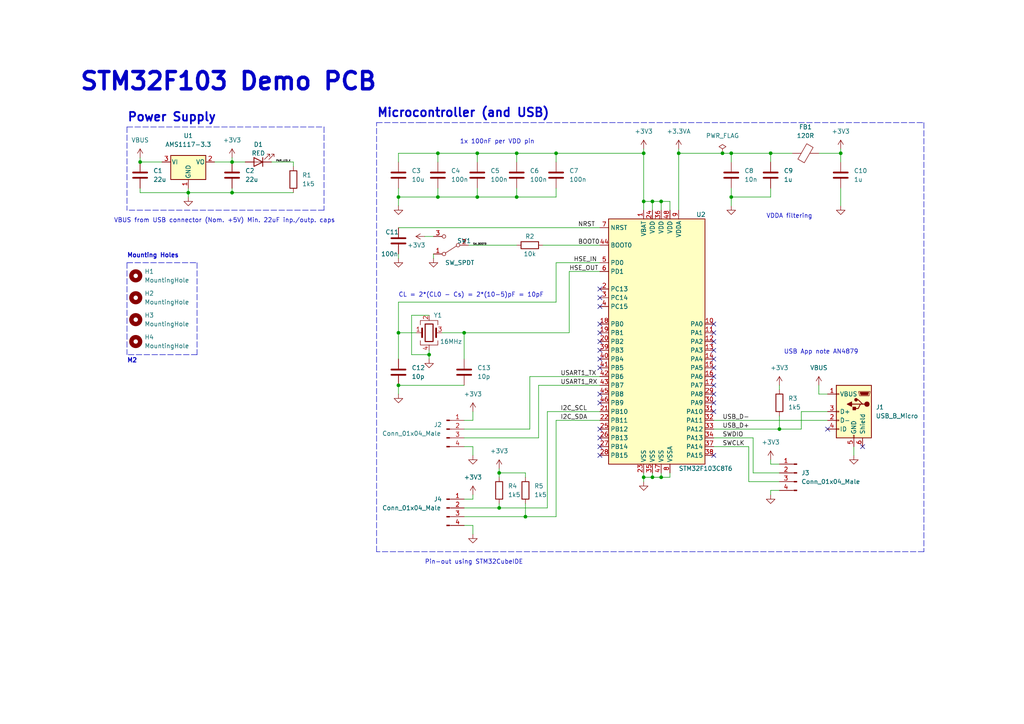
<source format=kicad_sch>
(kicad_sch (version 20211123) (generator eeschema)
  (paper "A4")
  (title_block (title "STM32F103 Demo PCB") (date "2022-08-06") (rev "1.0") (company "Ach. Fachturrohman"))
  (lib_symbols
    (symbol "Connector:Conn_01x04_Male" (pin_names (offset 1.016) hide)
      (property "Reference" "J" (at 0 5.08 0))
      (property "Value" "Conn_01x04_Male" (at 0 -7.62 0))
      (symbol "Conn_01x04_Male_1_1"
        (polyline (pts (xy 1.27 -5.08) (xy 0.8636 -5.08)) (stroke (width 0.1524)))
        (polyline (pts (xy 1.27 -2.54) (xy 0.8636 -2.54)) (stroke (width 0.1524)))
        (polyline (pts (xy 1.27 0) (xy 0.8636 0)) (stroke (width 0.1524)))
        (polyline (pts (xy 1.27 2.54) (xy 0.8636 2.54)) (stroke (width 0.1524)))
        (rectangle (start 0.8636 -4.953) (end 0 -5.207) (stroke (width 0.1524)) (fill (type outline)))
        (rectangle (start 0.8636 -2.413) (end 0 -2.667) (stroke (width 0.1524)) (fill (type outline)))
        (rectangle (start 0.8636 0.127) (end 0 -0.127) (stroke (width 0.1524)) (fill (type outline)))
        (rectangle (start 0.8636 2.667) (end 0 2.413) (stroke (width 0.1524)) (fill (type outline)))
        (pin passive line (at 5.08 2.54 180) (length 3.81) (name "Pin_1") (number "1"))
        (pin passive line (at 5.08 0 180) (length 3.81) (name "Pin_2") (number "2"))
        (pin passive line (at 5.08 -2.54 180) (length 3.81) (name "Pin_3") (number "3"))
        (pin passive line (at 5.08 -5.08 180) (length 3.81) (name "Pin_4") (number "4"))
      )
    )
    (symbol "Connector:USB_B_Micro" (pin_names (offset 1.016))
      (property "Reference" "J" (at -5.08 11.43 0))
      (property "Value" "USB_B_Micro" (at -5.08 8.89 0))
      (symbol "USB_B_Micro_0_1"
        (rectangle (start -5.08 -7.62) (end 5.08 7.62) (stroke (width 0.254)) (fill (type background)))
        (circle (center -3.81 2.159) (radius 0.635) (stroke (width 0.254)) (fill (type outline)))
        (circle (center -0.635 3.429) (radius 0.381) (stroke (width 0.254)) (fill (type outline)))
        (rectangle (start -0.127 -7.62) (end 0.127 -6.858))
        (polyline (pts (xy -1.905 2.159) (xy 0.635 2.159)) (stroke (width 0.254)))
        (polyline (pts (xy -3.175 2.159) (xy -2.54 2.159) (xy -1.27 3.429) (xy -0.635 3.429)) (stroke (width 0.254)))
        (polyline (pts (xy -2.54 2.159) (xy -1.905 2.159) (xy -1.27 0.889) (xy 0 0.889)) (stroke (width 0.254)))
        (polyline (pts (xy 0.635 2.794) (xy 0.635 1.524) (xy 1.905 2.159) (xy 0.635 2.794)) (stroke (width 0.254)) (fill (type outline)))
        (polyline (pts (xy -4.318 5.588) (xy -1.778 5.588) (xy -2.032 4.826) (xy -4.064 4.826) (xy -4.318 5.588)) (fill (type outline)))
        (polyline (pts (xy -4.699 5.842) (xy -4.699 5.588) (xy -4.445 4.826) (xy -4.445 4.572) (xy -1.651 4.572) (xy -1.651 4.826) (xy -1.397 5.588) (xy -1.397 5.842) (xy -4.699 5.842)))
        (rectangle (start 0.254 1.27) (end -0.508 0.508) (stroke (width 0.254)) (fill (type outline)))
        (rectangle (start 5.08 -5.207) (end 4.318 -4.953))
        (rectangle (start 5.08 -2.667) (end 4.318 -2.413))
        (rectangle (start 5.08 -0.127) (end 4.318 0.127))
        (rectangle (start 5.08 4.953) (end 4.318 5.207))
      )
      (symbol "USB_B_Micro_1_1"
        (pin power_out line (at 7.62 5.08 180) (length 2.54) (name "VBUS") (number "1"))
        (pin bidirectional line (at 7.62 -2.54 180) (length 2.54) (name "D-") (number "2"))
        (pin bidirectional line (at 7.62 0 180) (length 2.54) (name "D+") (number "3"))
        (pin passive line (at 7.62 -5.08 180) (length 2.54) (name "ID") (number "4"))
        (pin power_out line (at 0 -10.16 90) (length 2.54) (name "GND") (number "5"))
        (pin passive line (at -2.54 -10.16 90) (length 2.54) (name "Shield") (number "6"))
      )
    )
    (symbol "Device:C" (pin_numbers hide) (pin_names (offset 0.254))
      (property "Reference" "C" (at 0.635 2.54 0))
      (property "Value" "C" (at 0.635 -2.54 0))
      (symbol "C_0_1"
        (polyline (pts (xy -2.032 -0.762) (xy 2.032 -0.762)) (stroke (width 0.508)))
        (polyline (pts (xy -2.032 0.762) (xy 2.032 0.762)) (stroke (width 0.508)))
      )
      (symbol "C_1_1"
        (pin passive line (at 0 3.81 270) (length 2.794) (name "~") (number "1"))
        (pin passive line (at 0 -3.81 90) (length 2.794) (name "~") (number "2"))
      )
    )
    (symbol "Device:Crystal_GND24" (pin_names (offset 1.016) hide)
      (property "Reference" "Y" (at 3.175 5.08 0))
      (property "Value" "Crystal_GND24" (at 3.175 3.175 0))
      (symbol "Crystal_GND24_0_1"
        (rectangle (start -1.143 2.54) (end 1.143 -2.54) (stroke (width 0.3048)))
        (polyline (pts (xy -2.54 0) (xy -2.032 0)))
        (polyline (pts (xy -2.032 -1.27) (xy -2.032 1.27)) (stroke (width 0.508)))
        (polyline (pts (xy 0 -3.81) (xy 0 -3.556)))
        (polyline (pts (xy 0 3.556) (xy 0 3.81)))
        (polyline (pts (xy 2.032 -1.27) (xy 2.032 1.27)) (stroke (width 0.508)))
        (polyline (pts (xy 2.032 0) (xy 2.54 0)))
        (polyline (pts (xy -2.54 -2.286) (xy -2.54 -3.556) (xy 2.54 -3.556) (xy 2.54 -2.286)))
        (polyline (pts (xy -2.54 2.286) (xy -2.54 3.556) (xy 2.54 3.556) (xy 2.54 2.286)))
      )
      (symbol "Crystal_GND24_1_1"
        (pin passive line (at -3.81 0 0) (length 1.27) (name "1") (number "1"))
        (pin passive line (at 0 5.08 270) (length 1.27) (name "2") (number "2"))
        (pin passive line (at 3.81 0 180) (length 1.27) (name "3") (number "3"))
        (pin passive line (at 0 -5.08 90) (length 1.27) (name "4") (number "4"))
      )
    )
    (symbol "Device:FerriteBead" (pin_numbers hide) (pin_names (offset 0))
      (property "Reference" "FB" (at -3.81 0.635 90))
      (property "Value" "FerriteBead" (at 3.81 0 90))
      (symbol "FerriteBead_0_1"
        (polyline (pts (xy 0 -1.27) (xy 0 -1.2192)))
        (polyline (pts (xy 0 1.27) (xy 0 1.2954)))
        (polyline (pts (xy -2.7686 0.4064) (xy -1.7018 2.2606) (xy 2.7686 -0.3048) (xy 1.6764 -2.159) (xy -2.7686 0.4064)))
      )
      (symbol "FerriteBead_1_1"
        (pin passive line (at 0 3.81 270) (length 2.54) (name "~") (number "1"))
        (pin passive line (at 0 -3.81 90) (length 2.54) (name "~") (number "2"))
      )
    )
    (symbol "Device:LED" (pin_numbers hide) (pin_names (offset 1.016) hide)
      (property "Reference" "D" (at 0 2.54 0))
      (property "Value" "LED" (at 0 -2.54 0))
      (symbol "LED_0_1"
        (polyline (pts (xy -1.27 -1.27) (xy -1.27 1.27)) (stroke (width 0.254)))
        (polyline (pts (xy -1.27 0) (xy 1.27 0)))
        (polyline (pts (xy 1.27 -1.27) (xy 1.27 1.27) (xy -1.27 0) (xy 1.27 -1.27)) (stroke (width 0.254)))
        (polyline (pts (xy -3.048 -0.762) (xy -4.572 -2.286) (xy -3.81 -2.286) (xy -4.572 -2.286) (xy -4.572 -1.524)))
        (polyline (pts (xy -1.778 -0.762) (xy -3.302 -2.286) (xy -2.54 -2.286) (xy -3.302 -2.286) (xy -3.302 -1.524)))
      )
      (symbol "LED_1_1"
        (pin passive line (at -3.81 0 0) (length 2.54) (name "K") (number "1"))
        (pin passive line (at 3.81 0 180) (length 2.54) (name "A") (number "2"))
      )
    )
    (symbol "Device:R" (pin_numbers hide) (pin_names (offset 0))
      (property "Reference" "R" (at 2.032 0 90))
      (property "Value" "R" (at 0 0 90))
      (symbol "R_0_1"
        (rectangle (start -1.016 -2.54) (end 1.016 2.54) (stroke (width 0.254)))
      )
      (symbol "R_1_1"
        (pin passive line (at 0 3.81 270) (length 1.27) (name "~") (number "1"))
        (pin passive line (at 0 -3.81 90) (length 1.27) (name "~") (number "2"))
      )
    )
    (symbol "MCU_ST_STM32F1:STM32F103C8Tx"
      (property "Reference" "U" (at -15.24 36.83 0))
      (property "Value" "STM32F103C8Tx" (at 7.62 36.83 0))
      (symbol "STM32F103C8Tx_0_1"
        (rectangle (start -15.24 -35.56) (end 12.7 35.56) (stroke (width 0.254)) (fill (type background)))
      )
      (symbol "STM32F103C8Tx_1_1"
        (pin power_in line (at -5.08 38.1 270) (length 2.54) (name "VBAT") (number "1"))
        (pin bidirectional line (at 15.24 5.08 180) (length 2.54) (name "PA0") (number "10"))
        (pin bidirectional line (at 15.24 2.54 180) (length 2.54) (name "PA1") (number "11"))
        (pin bidirectional line (at 15.24 0 180) (length 2.54) (name "PA2") (number "12"))
        (pin bidirectional line (at 15.24 -2.54 180) (length 2.54) (name "PA3") (number "13"))
        (pin bidirectional line (at 15.24 -5.08 180) (length 2.54) (name "PA4") (number "14"))
        (pin bidirectional line (at 15.24 -7.62 180) (length 2.54) (name "PA5") (number "15"))
        (pin bidirectional line (at 15.24 -10.16 180) (length 2.54) (name "PA6") (number "16"))
        (pin bidirectional line (at 15.24 -12.7 180) (length 2.54) (name "PA7") (number "17"))
        (pin bidirectional line (at -17.78 5.08 0) (length 2.54) (name "PB0") (number "18"))
        (pin bidirectional line (at -17.78 2.54 0) (length 2.54) (name "PB1") (number "19"))
        (pin bidirectional line (at -17.78 15.24 0) (length 2.54) (name "PC13") (number "2"))
        (pin bidirectional line (at -17.78 0 0) (length 2.54) (name "PB2") (number "20"))
        (pin bidirectional line (at -17.78 -20.32 0) (length 2.54) (name "PB10") (number "21"))
        (pin bidirectional line (at -17.78 -22.86 0) (length 2.54) (name "PB11") (number "22"))
        (pin power_in line (at -5.08 -38.1 90) (length 2.54) (name "VSS") (number "23"))
        (pin power_in line (at -2.54 38.1 270) (length 2.54) (name "VDD") (number "24"))
        (pin bidirectional line (at -17.78 -25.4 0) (length 2.54) (name "PB12") (number "25"))
        (pin bidirectional line (at -17.78 -27.94 0) (length 2.54) (name "PB13") (number "26"))
        (pin bidirectional line (at -17.78 -30.48 0) (length 2.54) (name "PB14") (number "27"))
        (pin bidirectional line (at -17.78 -33.02 0) (length 2.54) (name "PB15") (number "28"))
        (pin bidirectional line (at 15.24 -15.24 180) (length 2.54) (name "PA8") (number "29"))
        (pin bidirectional line (at -17.78 12.7 0) (length 2.54) (name "PC14") (number "3"))
        (pin bidirectional line (at 15.24 -17.78 180) (length 2.54) (name "PA9") (number "30"))
        (pin bidirectional line (at 15.24 -20.32 180) (length 2.54) (name "PA10") (number "31"))
        (pin bidirectional line (at 15.24 -22.86 180) (length 2.54) (name "PA11") (number "32"))
        (pin bidirectional line (at 15.24 -25.4 180) (length 2.54) (name "PA12") (number "33"))
        (pin bidirectional line (at 15.24 -27.94 180) (length 2.54) (name "PA13") (number "34"))
        (pin power_in line (at -2.54 -38.1 90) (length 2.54) (name "VSS") (number "35"))
        (pin power_in line (at 0 38.1 270) (length 2.54) (name "VDD") (number "36"))
        (pin bidirectional line (at 15.24 -30.48 180) (length 2.54) (name "PA14") (number "37"))
        (pin bidirectional line (at 15.24 -33.02 180) (length 2.54) (name "PA15") (number "38"))
        (pin bidirectional line (at -17.78 -2.54 0) (length 2.54) (name "PB3") (number "39"))
        (pin bidirectional line (at -17.78 10.16 0) (length 2.54) (name "PC15") (number "4"))
        (pin bidirectional line (at -17.78 -5.08 0) (length 2.54) (name "PB4") (number "40"))
        (pin bidirectional line (at -17.78 -7.62 0) (length 2.54) (name "PB5") (number "41"))
        (pin bidirectional line (at -17.78 -10.16 0) (length 2.54) (name "PB6") (number "42"))
        (pin bidirectional line (at -17.78 -12.7 0) (length 2.54) (name "PB7") (number "43"))
        (pin input line (at -17.78 27.94 0) (length 2.54) (name "BOOT0") (number "44"))
        (pin bidirectional line (at -17.78 -15.24 0) (length 2.54) (name "PB8") (number "45"))
        (pin bidirectional line (at -17.78 -17.78 0) (length 2.54) (name "PB9") (number "46"))
        (pin power_in line (at 0 -38.1 90) (length 2.54) (name "VSS") (number "47"))
        (pin power_in line (at 2.54 38.1 270) (length 2.54) (name "VDD") (number "48"))
        (pin input line (at -17.78 22.86 0) (length 2.54) (name "PD0") (number "5"))
        (pin input line (at -17.78 20.32 0) (length 2.54) (name "PD1") (number "6"))
        (pin input line (at -17.78 33.02 0) (length 2.54) (name "NRST") (number "7"))
        (pin power_in line (at 2.54 -38.1 90) (length 2.54) (name "VSSA") (number "8"))
        (pin power_in line (at 5.08 38.1 270) (length 2.54) (name "VDDA") (number "9"))
      )
    )
    (symbol "Mechanical:MountingHole" (pin_names (offset 1.016))
      (property "Reference" "H" (at 0 5.08 0))
      (property "Value" "MountingHole" (at 0 3.175 0))
      (symbol "MountingHole_0_1"
        (circle (center 0 0) (radius 1.27) (stroke (width 1.27)))
      )
    )
    (symbol "Regulator_Linear:AMS1117-3.3" (pin_names (offset 0.254))
      (property "Reference" "U" (at -3.81 3.175 0))
      (property "Value" "AMS1117-3.3" (at 0 3.175 0))
      (symbol "AMS1117-3.3_0_1"
        (rectangle (start -5.08 -5.08) (end 5.08 1.905) (stroke (width 0.254)) (fill (type background)))
      )
      (symbol "AMS1117-3.3_1_1"
        (pin power_in line (at 0 -7.62 90) (length 2.54) (name "GND") (number "1"))
        (pin power_out line (at 7.62 0 180) (length 2.54) (name "VO") (number "2"))
        (pin power_in line (at -7.62 0 0) (length 2.54) (name "VI") (number "3"))
      )
    )
    (symbol "Switch:SW_SPDT" (pin_names (offset 0) hide)
      (property "Reference" "SW" (at 0 4.318 0))
      (property "Value" "SW_SPDT" (at 0 -5.08 0))
      (symbol "SW_SPDT_0_0"
        (circle (center -2.032 0) (radius 0.508))
        (circle (center 2.032 -2.54) (radius 0.508))
      )
      (symbol "SW_SPDT_0_1"
        (polyline (pts (xy -1.524 0.254) (xy 1.651 2.286)))
        (circle (center 2.032 2.54) (radius 0.508))
      )
      (symbol "SW_SPDT_1_1"
        (pin passive line (at 5.08 2.54 180) (length 2.54) (name "A") (number "1"))
        (pin passive line (at -5.08 0 0) (length 2.54) (name "B") (number "2"))
        (pin passive line (at 5.08 -2.54 180) (length 2.54) (name "C") (number "3"))
      )
    )
    (symbol "power:+3.3V" (power) (pin_names (offset 0))
      (property "Value" "+3.3V" (at 0 3.556 0))
      (symbol "+3.3V_0_1"
        (polyline (pts (xy -0.762 1.27) (xy 0 2.54)))
        (polyline (pts (xy 0 0) (xy 0 2.54)))
        (polyline (pts (xy 0 2.54) (xy 0.762 1.27)))
      )
      (symbol "+3.3V_1_1"
        (pin power_in line (at 0 0 90) (length 0) hide (name "+3V3") (number "1"))
      )
    )
    (symbol "power:+3.3VA" (power) (pin_names (offset 0))
      (property "Value" "+3.3VA" (at 0 3.556 0))
      (symbol "+3.3VA_0_1"
        (polyline (pts (xy -0.762 1.27) (xy 0 2.54)))
        (polyline (pts (xy 0 0) (xy 0 2.54)))
        (polyline (pts (xy 0 2.54) (xy 0.762 1.27)))
      )
      (symbol "+3.3VA_1_1"
        (pin power_in line (at 0 0 90) (length 0) hide (name "+3.3VA") (number "1"))
      )
    )
    (symbol "power:GND" (power) (pin_names (offset 0))
      (property "Value" "GND" (at 0 -3.81 0))
      (symbol "GND_0_1"
        (polyline (pts (xy 0 0) (xy 0 -1.27) (xy 1.27 -1.27) (xy 0 -2.54) (xy -1.27 -1.27) (xy 0 -1.27)))
      )
      (symbol "GND_1_1"
        (pin power_in line (at 0 0 270) (length 0) hide (name "GND") (number "1"))
      )
    )
    (symbol "power:PWR_FLAG" (power) (pin_numbers hide) (pin_names (offset 0) hide)
      (property "Value" "PWR_FLAG" (at 0 3.81 0))
      (symbol "PWR_FLAG_0_0"
        (pin power_out line (at 0 0 90) (length 0) (name "pwr") (number "1"))
      )
      (symbol "PWR_FLAG_0_1"
        (polyline (pts (xy 0 0) (xy 0 1.27) (xy -1.016 1.905) (xy 0 2.54) (xy 1.016 1.905) (xy 0 1.27)))
      )
    )
    (symbol "power:VBUS" (power) (pin_names (offset 0))
      (property "Value" "VBUS" (at 0 3.81 0))
      (symbol "VBUS_0_1"
        (polyline (pts (xy -0.762 1.27) (xy 0 2.54)))
        (polyline (pts (xy 0 0) (xy 0 2.54)))
        (polyline (pts (xy 0 2.54) (xy 0.762 1.27)))
      )
      (symbol "VBUS_1_1"
        (pin power_in line (at 0 0 90) (length 0) hide (name "VBUS") (number "1"))
      )
    )
  )
  (junction (at 212.09 44.45))
  (junction (at 144.78 137.16))
  (junction (at 212.09 57.15))
  (junction (at 67.31 55.88))
  (junction (at 40.64 46.99))
  (junction (at 127 44.45))
  (junction (at 186.69 138.43))
  (junction (at 138.43 44.45))
  (junction (at 189.23 138.43))
  (junction (at 149.86 57.15))
  (junction (at 115.57 96.52))
  (junction (at 223.52 44.45))
  (junction (at 226.06 124.46))
  (junction (at 186.69 58.42))
  (junction (at 144.78 147.32))
  (junction (at 243.84 44.45))
  (junction (at 152.4 149.86))
  (junction (at 191.77 58.42))
  (junction (at 54.61 55.88))
  (junction (at 191.77 138.43))
  (junction (at 124.46 102.87))
  (junction (at 127 57.15))
  (junction (at 67.31 46.99))
  (junction (at 115.57 57.15))
  (junction (at 149.86 44.45))
  (junction (at 189.23 58.42))
  (junction (at 209.55 44.45))
  (junction (at 138.43 57.15))
  (junction (at 186.69 44.45))
  (junction (at 161.29 44.45))
  (junction (at 134.62 96.52))
  (junction (at 115.57 111.76))
  (junction (at 196.85 44.45))
  (no_connect (at 173.99 83.82))
  (no_connect (at 207.01 104.14))
  (no_connect (at 207.01 101.6))
  (no_connect (at 207.01 99.06))
  (no_connect (at 207.01 96.52))
  (no_connect (at 207.01 93.98))
  (no_connect (at 207.01 106.68))
  (no_connect (at 173.99 96.52))
  (no_connect (at 173.99 93.98))
  (no_connect (at 173.99 86.36))
  (no_connect (at 173.99 88.9))
  (no_connect (at 173.99 99.06))
  (no_connect (at 207.01 119.38))
  (no_connect (at 207.01 116.84))
  (no_connect (at 207.01 114.3))
  (no_connect (at 207.01 111.76))
  (no_connect (at 207.01 109.22))
  (no_connect (at 173.99 127))
  (no_connect (at 173.99 106.68))
  (no_connect (at 173.99 114.3))
  (no_connect (at 173.99 116.84))
  (no_connect (at 173.99 124.46))
  (no_connect (at 173.99 101.6))
  (no_connect (at 173.99 104.14))
  (no_connect (at 207.01 132.08))
  (no_connect (at 173.99 129.54))
  (no_connect (at 173.99 132.08))
  (no_connect (at 250.19 129.54))
  (no_connect (at 240.03 124.46))
  (wire (pts (xy 138.43 44.45) (xy 149.86 44.45)))
  (wire (pts (xy 226.06 120.65) (xy 226.06 124.46)))
  (wire (pts (xy 144.78 146.05) (xy 144.78 147.32)))
  (wire (pts (xy 115.57 66.04) (xy 173.99 66.04)))
  (wire (pts (xy 152.4 149.86) (xy 161.29 149.86)))
  (wire (pts (xy 212.09 44.45) (xy 223.52 44.45)))
  (wire (pts (xy 115.57 44.45) (xy 127 44.45)))
  (wire (pts (xy 124.46 102.87) (xy 124.46 101.6)))
  (wire (pts (xy 212.09 44.45) (xy 212.09 46.99)))
  (wire (pts (xy 189.23 138.43) (xy 186.69 138.43)))
  (wire (pts (xy 191.77 60.96) (xy 191.77 58.42)))
  (wire (pts (xy 124.46 102.87) (xy 124.46 104.14)))
  (wire (pts (xy 237.49 111.76) (xy 237.49 114.3)))
  (wire (pts (xy 67.31 45.72) (xy 67.31 46.99)))
  (wire (pts (xy 134.62 149.86) (xy 152.4 149.86)))
  (polyline (pts (xy 57.15 76.2) (xy 57.15 102.87)))
  (wire (pts (xy 223.52 44.45) (xy 223.52 46.99)))
  (wire (pts (xy 67.31 55.88) (xy 54.61 55.88)))
  (polyline (pts (xy 36.83 76.2) (xy 57.15 76.2)))
  (wire (pts (xy 153.67 109.22) (xy 173.99 109.22)))
  (wire (pts (xy 226.06 142.24) (xy 223.52 142.24)))
  (wire (pts (xy 191.77 138.43) (xy 189.23 138.43)))
  (wire (pts (xy 237.49 114.3) (xy 240.03 114.3)))
  (wire (pts (xy 161.29 54.61) (xy 161.29 57.15)))
  (wire (pts (xy 161.29 57.15) (xy 149.86 57.15)))
  (wire (pts (xy 226.06 139.7) (xy 217.17 139.7)))
  (wire (pts (xy 191.77 58.42) (xy 189.23 58.42)))
  (wire (pts (xy 67.31 46.99) (xy 71.12 46.99)))
  (wire (pts (xy 67.31 54.61) (xy 67.31 55.88)))
  (wire (pts (xy 127 54.61) (xy 127 57.15)))
  (wire (pts (xy 217.17 139.7) (xy 217.17 129.54)))
  (wire (pts (xy 127 44.45) (xy 138.43 44.45)))
  (wire (pts (xy 149.86 44.45) (xy 149.86 46.99)))
  (wire (pts (xy 207.01 121.92) (xy 240.03 121.92)))
  (wire (pts (xy 134.62 127) (xy 156.21 127)))
  (wire (pts (xy 207.01 129.54) (xy 217.17 129.54)))
  (wire (pts (xy 67.31 55.88) (xy 85.09 55.88)))
  (wire (pts (xy 173.99 78.74) (xy 165.1 78.74)))
  (wire (pts (xy 115.57 87.63) (xy 115.57 96.52)))
  (wire (pts (xy 161.29 121.92) (xy 173.99 121.92)))
  (wire (pts (xy 223.52 134.62) (xy 226.06 134.62)))
  (wire (pts (xy 194.31 58.42) (xy 191.77 58.42)))
  (wire (pts (xy 40.64 54.61) (xy 40.64 55.88)))
  (wire (pts (xy 194.31 138.43) (xy 191.77 138.43)))
  (wire (pts (xy 240.03 119.38) (xy 232.41 119.38)))
  (wire (pts (xy 189.23 58.42) (xy 186.69 58.42)))
  (wire (pts (xy 207.01 124.46) (xy 226.06 124.46)))
  (wire (pts (xy 138.43 44.45) (xy 138.43 46.99)))
  (wire (pts (xy 157.48 71.12) (xy 173.99 71.12)))
  (wire (pts (xy 209.55 44.45) (xy 212.09 44.45)))
  (wire (pts (xy 161.29 44.45) (xy 186.69 44.45)))
  (wire (pts (xy 54.61 55.88) (xy 54.61 57.15)))
  (wire (pts (xy 134.62 129.54) (xy 137.16 129.54)))
  (wire (pts (xy 144.78 147.32) (xy 158.75 147.32)))
  (wire (pts (xy 40.64 45.72) (xy 40.64 46.99)))
  (wire (pts (xy 144.78 135.89) (xy 144.78 137.16)))
  (wire (pts (xy 152.4 146.05) (xy 152.4 149.86)))
  (wire (pts (xy 127 57.15) (xy 115.57 57.15)))
  (wire (pts (xy 124.46 91.44) (xy 119.38 91.44)))
  (wire (pts (xy 138.43 54.61) (xy 138.43 57.15)))
  (wire (pts (xy 115.57 96.52) (xy 120.65 96.52)))
  (wire (pts (xy 62.23 46.99) (xy 67.31 46.99)))
  (wire (pts (xy 196.85 44.45) (xy 209.55 44.45)))
  (wire (pts (xy 115.57 111.76) (xy 134.62 111.76)))
  (wire (pts (xy 40.64 55.88) (xy 54.61 55.88)))
  (wire (pts (xy 125.73 73.66) (xy 125.73 74.93)))
  (wire (pts (xy 134.62 96.52) (xy 165.1 96.52)))
  (wire (pts (xy 226.06 124.46) (xy 232.41 124.46)))
  (wire (pts (xy 134.62 96.52) (xy 134.62 104.14)))
  (wire (pts (xy 115.57 87.63) (xy 161.29 87.63)))
  (wire (pts (xy 223.52 57.15) (xy 212.09 57.15)))
  (wire (pts (xy 149.86 44.45) (xy 161.29 44.45)))
  (wire (pts (xy 149.86 54.61) (xy 149.86 57.15)))
  (wire (pts (xy 212.09 57.15) (xy 212.09 59.69)))
  (wire (pts (xy 191.77 137.16) (xy 191.77 138.43)))
  (wire (pts (xy 243.84 43.18) (xy 243.84 44.45)))
  (wire (pts (xy 119.38 91.44) (xy 119.38 102.87)))
  (wire (pts (xy 247.65 129.54) (xy 247.65 132.08)))
  (wire (pts (xy 156.21 111.76) (xy 173.99 111.76)))
  (polyline (pts (xy 36.83 36.83) (xy 93.98 36.83)))
  (wire (pts (xy 158.75 119.38) (xy 173.99 119.38)))
  (wire (pts (xy 134.62 152.4) (xy 137.16 152.4)))
  (wire (pts (xy 127 44.45) (xy 127 46.99)))
  (polyline (pts (xy 267.97 35.56) (xy 267.97 160.02)))
  (polyline (pts (xy 93.98 60.96) (xy 36.83 60.96)))
  (wire (pts (xy 186.69 58.42) (xy 186.69 60.96)))
  (wire (pts (xy 212.09 54.61) (xy 212.09 57.15)))
  (wire (pts (xy 226.06 137.16) (xy 218.44 137.16)))
  (wire (pts (xy 218.44 137.16) (xy 218.44 127)))
  (wire (pts (xy 137.16 119.38) (xy 137.16 121.92)))
  (polyline (pts (xy 36.83 76.2) (xy 36.83 102.87)))
  (polyline (pts (xy 36.83 36.83) (xy 36.83 60.96)))
  (polyline (pts (xy 121.92 35.56) (xy 267.97 35.56)))
  (wire (pts (xy 115.57 74.93) (xy 115.57 73.66)))
  (wire (pts (xy 115.57 111.76) (xy 115.57 114.3)))
  (wire (pts (xy 196.85 44.45) (xy 196.85 60.96)))
  (wire (pts (xy 161.29 76.2) (xy 173.99 76.2)))
  (wire (pts (xy 186.69 138.43) (xy 186.69 139.7)))
  (wire (pts (xy 196.85 43.18) (xy 196.85 44.45)))
  (wire (pts (xy 194.31 137.16) (xy 194.31 138.43)))
  (wire (pts (xy 165.1 78.74) (xy 165.1 96.52)))
  (wire (pts (xy 134.62 124.46) (xy 153.67 124.46)))
  (wire (pts (xy 237.49 44.45) (xy 243.84 44.45)))
  (wire (pts (xy 158.75 119.38) (xy 158.75 147.32)))
  (polyline (pts (xy 109.22 160.02) (xy 109.22 35.56)))
  (wire (pts (xy 115.57 57.15) (xy 115.57 59.69)))
  (wire (pts (xy 223.52 44.45) (xy 229.87 44.45)))
  (wire (pts (xy 119.38 102.87) (xy 124.46 102.87)))
  (wire (pts (xy 127 57.15) (xy 138.43 57.15)))
  (polyline (pts (xy 93.98 36.83) (xy 93.98 60.96)))
  (polyline (pts (xy 267.97 160.02) (xy 109.22 160.02)))
  (wire (pts (xy 40.64 46.99) (xy 46.99 46.99)))
  (wire (pts (xy 152.4 137.16) (xy 152.4 138.43)))
  (wire (pts (xy 153.67 109.22) (xy 153.67 124.46)))
  (wire (pts (xy 144.78 137.16) (xy 152.4 137.16)))
  (wire (pts (xy 115.57 46.99) (xy 115.57 44.45)))
  (wire (pts (xy 149.86 57.15) (xy 138.43 57.15)))
  (wire (pts (xy 54.61 54.61) (xy 54.61 55.88)))
  (wire (pts (xy 134.62 147.32) (xy 144.78 147.32)))
  (wire (pts (xy 137.16 152.4) (xy 137.16 154.94)))
  (wire (pts (xy 189.23 137.16) (xy 189.23 138.43)))
  (wire (pts (xy 161.29 46.99) (xy 161.29 44.45)))
  (wire (pts (xy 115.57 54.61) (xy 115.57 57.15)))
  (wire (pts (xy 243.84 44.45) (xy 243.84 46.99)))
  (wire (pts (xy 134.62 144.78) (xy 137.16 144.78)))
  (wire (pts (xy 194.31 60.96) (xy 194.31 58.42)))
  (polyline (pts (xy 57.15 102.87) (xy 36.83 102.87)))
  (wire (pts (xy 186.69 137.16) (xy 186.69 138.43)))
  (wire (pts (xy 207.01 127) (xy 218.44 127)))
  (wire (pts (xy 128.27 96.52) (xy 134.62 96.52)))
  (wire (pts (xy 115.57 96.52) (xy 115.57 104.14)))
  (wire (pts (xy 243.84 54.61) (xy 243.84 59.69)))
  (wire (pts (xy 78.74 46.99) (xy 85.09 46.99)))
  (wire (pts (xy 85.09 46.99) (xy 85.09 48.26)))
  (wire (pts (xy 134.62 121.92) (xy 137.16 121.92)))
  (wire (pts (xy 186.69 44.45) (xy 186.69 58.42)))
  (wire (pts (xy 123.19 68.58) (xy 125.73 68.58)))
  (wire (pts (xy 186.69 44.45) (xy 186.69 43.18)))
  (wire (pts (xy 144.78 138.43) (xy 144.78 137.16)))
  (wire (pts (xy 156.21 111.76) (xy 156.21 127)))
  (wire (pts (xy 135.89 71.12) (xy 149.86 71.12)))
  (wire (pts (xy 232.41 119.38) (xy 232.41 124.46)))
  (wire (pts (xy 226.06 111.76) (xy 226.06 113.03)))
  (wire (pts (xy 223.52 133.35) (xy 223.52 134.62)))
  (wire (pts (xy 137.16 129.54) (xy 137.16 132.08)))
  (wire (pts (xy 223.52 54.61) (xy 223.52 57.15)))
  (wire (pts (xy 161.29 121.92) (xy 161.29 149.86)))
  (wire (pts (xy 223.52 142.24) (xy 223.52 143.51)))
  (wire (pts (xy 137.16 144.78) (xy 137.16 143.51)))
  (wire (pts (xy 189.23 60.96) (xy 189.23 58.42)))
  (polyline (pts (xy 109.22 35.56) (xy 121.92 35.56)))
  (wire (pts (xy 161.29 76.2) (xy 161.29 87.63)))
  (text "Power Supply" (at 36.83 35.56 0) (effects (font (size 2.5 2.5) (thickness 0.5) bold) (justify left bottom)))
  (text "Mounting Holes" (at 36.83 74.93 0) (effects (font (size 1.27 1.27) (thickness 0.254) bold) (justify left bottom)))
  (text "Microcontroller (and USB)" (at 109.22 34.29 0) (effects (font (size 2.5 2.5) (thickness 0.5) bold) (justify left bottom)))
  (text "1x 100nF per VDD pin" (at 133.35 41.91 0) (effects (font (size 1.27 1.27)) (justify left bottom)))
  (text "VDDA filtering" (at 222.25 63.5 0) (effects (font (size 1.27 1.27)) (justify left bottom)))
  (text "USB App note AN4879" (at 227.33 102.87 0) (effects (font (size 1.27 1.27)) (justify left bottom)))
  (text "M2" (at 36.83 105.41 0) (effects (font (size 1.27 1.27) bold) (justify left bottom)))
  (text "VBUS from USB connector (Nom. +5V) Min. 22uF inp./outp. caps" (at 33.02 64.77 0) (effects (font (size 1.27 1.27)) (justify left bottom)))
  (text "CL = 2*(CL0 - Cs) = 2*(10-5)pF = 10pF" (at 115.57 86.36 0) (effects (font (size 1.27 1.27)) (justify left bottom)))
  (text "STM32F103 Demo PCB" (at 22.86 26.67 0) (effects (font (size 5 5) bold) (justify left bottom)))
  (text "Pin-out using STM32CubeIDE" (at 123.19 163.83 0) (effects (font (size 1.27 1.27)) (justify left bottom)))
  (label "I2C_SDA" (at 162.56 121.92 0))
  (label "USB_D-" (at 209.55 121.92 0))
  (label "SWCLK" (at 209.55 129.54 0))
  (label "HSE_IN" (at 166.37 76.2 0))
  (label "SW_BOOT0" (at 137.16 71.12 0) (effects (font (size 0.5 0.5))))
  (label "USART1_RX" (at 162.56 111.76 0))
  (label "NRST" (at 167.64 66.04 0))
  (label "BOOT0" (at 167.64 71.12 0))
  (label "SWDIO" (at 209.55 127 0))
  (label "USB_D+" (at 209.55 124.46 0))
  (label "HSE_OUT" (at 165.1 78.74 0))
  (label "PWR_LED_K" (at 80.01 46.99 0) (effects (font (size 0.5 0.5))))
  (label "I2C_SCL" (at 162.56 119.38 0))
  (label "USART1_TX" (at 162.56 109.22 0))
  (symbol (lib_id "Device:C") (at 138.43 50.8 0) (unit 1)
    (property "Reference" "C5" (at 142.24 49.5299 0) (effects (justify left)))
    (property "Value" "100n" (at 142.24 52.0699 0) (effects (justify left)))
    (property "Footprint" "Capacitor_SMD:C_0402_1005Metric" (effects hide))
  )
  (symbol (lib_id "Device:LED") (at 74.93 46.99 180) (unit 1)
    (property "Reference" "D1" (at 74.93 41.91 0))
    (property "Value" "RED" (at 74.93 44.45 0))
    (property "Footprint" "LED_SMD:LED_0603_1608Metric" (effects hide))
  )
  (symbol (lib_id "Device:C") (at 40.64 50.8 0) (unit 1)
    (property "Reference" "C1" (at 44.45 49.5299 0) (effects (justify left)))
    (property "Value" "22u" (at 44.45 52.0699 0) (effects (justify left)))
    (property "Footprint" "Capacitor_SMD:C_0805_2012Metric" (effects hide))
  )
  (symbol (lib_id "Device:C") (at 67.31 50.8 0) (unit 1)
    (property "Reference" "C2" (at 71.12 49.5299 0) (effects (justify left)))
    (property "Value" "22u" (at 71.12 52.0699 0) (effects (justify left)))
    (property "Footprint" "Capacitor_SMD:C_0805_2012Metric" (effects hide))
  )
  (symbol (lib_id "Device:C") (at 161.29 50.8 0) (unit 1)
    (property "Reference" "C7" (at 165.1 49.5299 0) (effects (justify left)))
    (property "Value" "100n" (at 165.1 52.0699 0) (effects (justify left)))
    (property "Footprint" "Capacitor_SMD:C_0402_1005Metric" (effects hide))
  )
  (symbol (lib_id "Device:R") (at 152.4 142.24 0) (unit 1)
    (property "Reference" "R5" (at 154.94 140.9699 0) (effects (justify left)))
    (property "Value" "1k5" (at 154.94 143.5099 0) (effects (justify left)))
    (property "Footprint" "Resistor_SMD:R_0402_1005Metric" (effects hide))
  )
  (symbol (lib_id "Mechanical:MountingHole") (at 39.37 99.06 0) (unit 1)
    (property "Reference" "H4" (at 41.91 97.7899 0) (effects (justify left)))
    (property "Value" "MountingHole" (at 41.91 100.3299 0) (effects (justify left)))
    (property "Footprint" "MountingHole:MountingHole_2.2mm_M2" (effects hide))
  )
  (symbol (lib_id "Device:C") (at 212.09 50.8 0) (unit 1)
    (property "Reference" "C8" (at 215.9 49.5299 0) (effects (justify left)))
    (property "Value" "10n" (at 215.9 52.0699 0) (effects (justify left)))
    (property "Footprint" "Capacitor_SMD:C_0402_1005Metric" (effects hide))
  )
  (symbol (lib_id "power:+3.3V") (at 144.78 135.89 0) (unit 1)
    (property "Reference" "#PWR021" (effects hide))
    (property "Value" "+3.3V" (at 144.78 130.81 0))
  )
  (symbol (lib_id "power:GND") (at 137.16 132.08 0) (unit 1)
    (property "Reference" "#PWR018" (effects hide))
    (property "Value" "GND" (effects hide))
  )
  (symbol (lib_id "Device:C") (at 115.57 69.85 0) (unit 1)
    (property "Reference" "C11" (at 111.76 67.31 0) (effects (justify left)))
    (property "Value" "100n" (at 110.49 73.66 0) (effects (justify left)))
    (property "Footprint" "Capacitor_SMD:C_0402_1005Metric" (effects hide))
  )
  (symbol (lib_id "power:+3.3V") (at 243.84 43.18 0) (unit 1)
    (property "Reference" "#PWR03" (effects hide))
    (property "Value" "+3.3V" (at 243.84 38.1 0))
  )
  (symbol (lib_id "Device:C") (at 115.57 107.95 0) (unit 1)
    (property "Reference" "C12" (at 119.38 106.6799 0) (effects (justify left)))
    (property "Value" "10p" (at 119.38 109.2199 0) (effects (justify left)))
    (property "Footprint" "Capacitor_SMD:C_0402_1005Metric" (effects hide))
  )
  (symbol (lib_id "power:+3.3V") (at 223.52 133.35 0) (unit 1)
    (property "Reference" "#PWR020" (effects hide))
    (property "Value" "+3.3V" (at 223.52 128.27 0))
  )
  (symbol (lib_id "Regulator_Linear:AMS1117-3.3") (at 54.61 46.99 0) (unit 1)
    (property "Reference" "U1" (at 54.61 39.37 0))
    (property "Value" "AMS1117-3.3" (at 54.61 41.91 0))
    (property "Footprint" "Package_TO_SOT_SMD:SOT-223-3_TabPin2" (effects hide))
    (property "Datasheet" "http://www.advanced-monolithic.com/pdf/ds1117.pdf" (effects hide))
  )
  (symbol (lib_id "Device:R") (at 144.78 142.24 0) (unit 1)
    (property "Reference" "R4" (at 147.32 140.9699 0) (effects (justify left)))
    (property "Value" "1k5" (at 147.32 143.5099 0) (effects (justify left)))
    (property "Footprint" "Resistor_SMD:R_0402_1005Metric" (effects hide))
  )
  (symbol (lib_id "Device:C") (at 134.62 107.95 0) (unit 1)
    (property "Reference" "C13" (at 138.43 106.6799 0) (effects (justify left)))
    (property "Value" "10p" (at 138.43 109.2199 0) (effects (justify left)))
    (property "Footprint" "Capacitor_SMD:C_0402_1005Metric" (effects hide))
  )
  (symbol (lib_id "power:+3.3V") (at 226.06 111.76 0) (unit 1)
    (property "Reference" "#PWR014" (effects hide))
    (property "Value" "+3.3V" (at 226.06 106.68 0))
  )
  (symbol (lib_id "Device:FerriteBead") (at 233.68 44.45 90) (unit 1)
    (property "Reference" "FB1" (at 233.6292 36.83 90))
    (property "Value" "120R" (at 233.6292 39.37 90))
    (property "Footprint" "Inductor_SMD:L_0603_1608Metric" (effects hide))
  )
  (symbol (lib_id "power:VBUS") (at 40.64 45.72 0) (unit 1)
    (property "Reference" "#PWR04" (effects hide))
    (property "Value" "VBUS" (at 40.64 40.64 0))
  )
  (symbol (lib_id "Device:C") (at 149.86 50.8 0) (unit 1)
    (property "Reference" "C6" (at 153.67 49.5299 0) (effects (justify left)))
    (property "Value" "100n" (at 153.67 52.0699 0) (effects (justify left)))
    (property "Footprint" "Capacitor_SMD:C_0402_1005Metric" (effects hide))
  )
  (symbol (lib_id "power:+3.3V") (at 186.69 43.18 0) (unit 1)
    (property "Reference" "#PWR01" (effects hide))
    (property "Value" "+3.3V" (at 186.69 38.1 0))
  )
  (symbol (lib_id "MCU_ST_STM32F1:STM32F103C8Tx") (at 191.77 99.06 0) (unit 1)
    (property "Reference" "U2" (at 201.93 62.23 0) (effects (justify left)))
    (property "Value" "STM32F103C8T6" (at 196.85 135.89 0) (effects (justify left)))
    (property "Footprint" "Package_QFP:LQFP-48_7x7mm_P0.5mm" (effects hide))
    (property "Datasheet" "http://www.st.com/st-web-ui/static/active/en/resource/technical/document/datasheet/CD00161566.pdf" (effects hide))
  )
  (symbol (lib_id "power:GND") (at 212.09 59.69 0) (unit 1)
    (property "Reference" "#PWR08" (effects hide))
    (property "Value" "GND" (effects hide))
  )
  (symbol (lib_id "Connector:Conn_01x04_Male") (at 129.54 124.46 0) (unit 1)
    (property "Reference" "J2" (at 127 123.19 0))
    (property "Value" "Conn_01x04_Male" (at 119.38 125.73 0))
    (property "Footprint" "Connector_PinHeader_2.54mm:PinHeader_1x04_P2.54mm_Vertical" (effects hide))
  )
  (symbol (lib_id "power:GND") (at 115.57 114.3 0) (unit 1)
    (property "Reference" "#PWR016" (effects hide))
    (property "Value" "GND" (effects hide))
  )
  (symbol (lib_id "power:GND") (at 54.61 57.15 0) (unit 1)
    (property "Reference" "#PWR06" (effects hide))
    (property "Value" "GND" (effects hide))
  )
  (symbol (lib_id "power:GND") (at 115.57 74.93 0) (unit 1)
    (property "Reference" "#PWR011" (effects hide))
    (property "Value" "GND" (effects hide))
  )
  (symbol (lib_id "Device:C") (at 127 50.8 0) (unit 1)
    (property "Reference" "C4" (at 130.81 49.5299 0) (effects (justify left)))
    (property "Value" "100n" (at 130.81 52.0699 0) (effects (justify left)))
    (property "Footprint" "Capacitor_SMD:C_0402_1005Metric" (effects hide))
  )
  (symbol (lib_id "Device:C") (at 223.52 50.8 0) (unit 1)
    (property "Reference" "C9" (at 227.33 49.5299 0) (effects (justify left)))
    (property "Value" "1u" (at 227.33 52.0699 0) (effects (justify left)))
    (property "Footprint" "Capacitor_SMD:C_0402_1005Metric" (effects hide))
  )
  (symbol (lib_id "Device:R") (at 153.67 71.12 90) (unit 1)
    (property "Reference" "R2" (at 153.67 68.58 90))
    (property "Value" "10k" (at 153.67 73.66 90))
    (property "Footprint" "Resistor_SMD:R_0402_1005Metric" (effects hide))
  )
  (symbol (lib_id "power:GND") (at 125.73 74.93 0) (unit 1)
    (property "Reference" "#PWR012" (effects hide))
    (property "Value" "GND" (effects hide))
  )
  (symbol (lib_id "Device:C") (at 243.84 50.8 0) (unit 1)
    (property "Reference" "C10" (at 247.65 49.5299 0) (effects (justify left)))
    (property "Value" "1u" (at 247.65 52.0699 0) (effects (justify left)))
    (property "Footprint" "Capacitor_SMD:C_0402_1005Metric" (effects hide))
  )
  (symbol (lib_id "Device:R") (at 85.09 52.07 0) (unit 1)
    (property "Reference" "R1" (at 87.63 50.7999 0) (effects (justify left)))
    (property "Value" "1k5" (at 87.63 53.3399 0) (effects (justify left)))
    (property "Footprint" "Resistor_SMD:R_0402_1005Metric" (effects hide))
  )
  (symbol (lib_id "Connector:USB_B_Micro") (at 247.65 119.38 0) (mirror y) (unit 1)
    (property "Reference" "J1" (at 254 118.1099 0) (effects (justify right)))
    (property "Value" "USB_B_Micro" (at 254 120.6499 0) (effects (justify right)))
    (property "Footprint" "Connector_USB:USB_Micro-B_Wuerth_629105150521" (effects hide))
  )
  (symbol (lib_id "power:GND") (at 124.46 104.14 0) (unit 1)
    (property "Reference" "#PWR013" (effects hide))
    (property "Value" "GND" (effects hide))
  )
  (symbol (lib_id "power:PWR_FLAG") (at 209.55 44.45 0) (unit 1)
    (property "Reference" "#FLG01" (effects hide))
    (property "Value" "PWR_FLAG" (at 209.55 39.37 0))
  )
  (symbol (lib_id "Mechanical:MountingHole") (at 39.37 92.71 0) (unit 1)
    (property "Reference" "H3" (at 41.91 91.4399 0) (effects (justify left)))
    (property "Value" "MountingHole" (at 41.91 93.9799 0) (effects (justify left)))
    (property "Footprint" "MountingHole:MountingHole_2.2mm_M2" (effects hide))
  )
  (symbol (lib_id "power:+3.3VA") (at 196.85 43.18 0) (unit 1)
    (property "Reference" "#PWR02" (effects hide))
    (property "Value" "+3.3VA" (at 196.85 38.1 0))
  )
  (symbol (lib_id "power:GND") (at 223.52 143.51 0) (unit 1)
    (property "Reference" "#PWR024" (effects hide))
    (property "Value" "GND" (effects hide))
  )
  (symbol (lib_id "power:VBUS") (at 237.49 111.76 0) (unit 1)
    (property "Reference" "#PWR015" (effects hide))
    (property "Value" "VBUS" (at 237.49 106.68 0))
  )
  (symbol (lib_id "Switch:SW_SPDT") (at 130.81 71.12 180) (unit 1)
    (property "Reference" "SW1" (at 134.62 69.85 0))
    (property "Value" "SW_SPDT" (at 133.35 76.2 0))
    (property "Footprint" "Button_Switch_SMD:SW_SPDT_PCM12" (effects hide))
  )
  (symbol (lib_id "Device:Crystal_GND24") (at 124.46 96.52 0) (unit 1)
    (property "Reference" "Y1" (at 127 91.44 0))
    (property "Value" "16MHz" (at 130.81 99.06 0))
    (property "Footprint" "Crystal:Crystal_SMD_3225-4Pin_3.2x2.5mm" (effects hide))
  )
  (symbol (lib_id "power:+3.3V") (at 67.31 45.72 0) (unit 1)
    (property "Reference" "#PWR05" (effects hide))
    (property "Value" "+3.3V" (at 67.31 40.64 0))
  )
  (symbol (lib_id "power:+3.3V") (at 137.16 119.38 0) (unit 1)
    (property "Reference" "#PWR017" (effects hide))
    (property "Value" "+3.3V" (at 137.16 114.3 0))
  )
  (symbol (lib_id "Mechanical:MountingHole") (at 39.37 86.36 0) (unit 1)
    (property "Reference" "H2" (at 41.91 85.0899 0) (effects (justify left)))
    (property "Value" "MountingHole" (at 41.91 87.6299 0) (effects (justify left)))
    (property "Footprint" "MountingHole:MountingHole_2.2mm_M2" (effects hide))
  )
  (symbol (lib_id "power:GND") (at 115.57 59.69 0) (unit 1)
    (property "Reference" "#PWR07" (effects hide))
    (property "Value" "GND" (effects hide))
  )
  (symbol (lib_id "power:GND") (at 186.69 139.7 0) (unit 1)
    (property "Reference" "#PWR022" (effects hide))
    (property "Value" "GND" (effects hide))
  )
  (symbol (lib_id "power:+3.3V") (at 123.19 68.58 90) (unit 1)
    (property "Reference" "#PWR010" (effects hide))
    (property "Value" "+3.3V" (at 118.11 71.12 90) (effects (justify right)))
  )
  (symbol (lib_id "Device:C") (at 115.57 50.8 0) (unit 1)
    (property "Reference" "C3" (at 119.38 49.5299 0) (effects (justify left)))
    (property "Value" "10u" (at 119.38 52.0699 0) (effects (justify left)))
    (property "Footprint" "Capacitor_SMD:C_0603_1608Metric" (effects hide))
  )
  (symbol (lib_id "power:GND") (at 247.65 132.08 0) (unit 1)
    (property "Reference" "#PWR019" (effects hide))
    (property "Value" "GND" (effects hide))
  )
  (symbol (lib_id "Connector:Conn_01x04_Male") (at 231.14 137.16 0) (mirror y) (unit 1)
    (property "Reference" "J3" (at 232.41 137.1599 0) (effects (justify right)))
    (property "Value" "Conn_01x04_Male" (at 232.41 139.6999 0) (effects (justify right)))
    (property "Footprint" "Connector_PinHeader_2.54mm:PinHeader_1x04_P2.54mm_Vertical" (effects hide))
  )
  (symbol (lib_id "power:GND") (at 137.16 154.94 0) (unit 1)
    (property "Reference" "#PWR025" (effects hide))
    (property "Value" "GND" (effects hide))
  )
  (symbol (lib_id "Device:R") (at 226.06 116.84 0) (unit 1)
    (property "Reference" "R3" (at 228.6 115.5699 0) (effects (justify left)))
    (property "Value" "1k5" (at 228.6 118.1099 0) (effects (justify left)))
    (property "Footprint" "Resistor_SMD:R_0402_1005Metric" (effects hide))
  )
  (symbol (lib_id "Mechanical:MountingHole") (at 39.37 80.01 0) (unit 1)
    (property "Reference" "H1" (at 41.91 78.7399 0) (effects (justify left)))
    (property "Value" "MountingHole" (at 41.91 81.2799 0) (effects (justify left)))
    (property "Footprint" "MountingHole:MountingHole_2.2mm_M2" (effects hide))
  )
  (symbol (lib_id "Connector:Conn_01x04_Male") (at 129.54 147.32 0) (unit 1)
    (property "Reference" "J4" (at 127 144.78 0))
    (property "Value" "Conn_01x04_Male" (at 119.38 147.32 0))
    (property "Footprint" "Connector_PinHeader_2.54mm:PinHeader_1x04_P2.54mm_Vertical" (effects hide))
  )
  (symbol (lib_id "power:+3.3V") (at 137.16 143.51 0) (unit 1)
    (property "Reference" "#PWR023" (effects hide))
    (property "Value" "+3.3V" (at 137.16 138.43 0))
  )
  (symbol (lib_id "power:GND") (at 243.84 59.69 0) (unit 1)
    (property "Reference" "#PWR09" (effects hide))
    (property "Value" "GND" (effects hide))
  )
)
</source>
